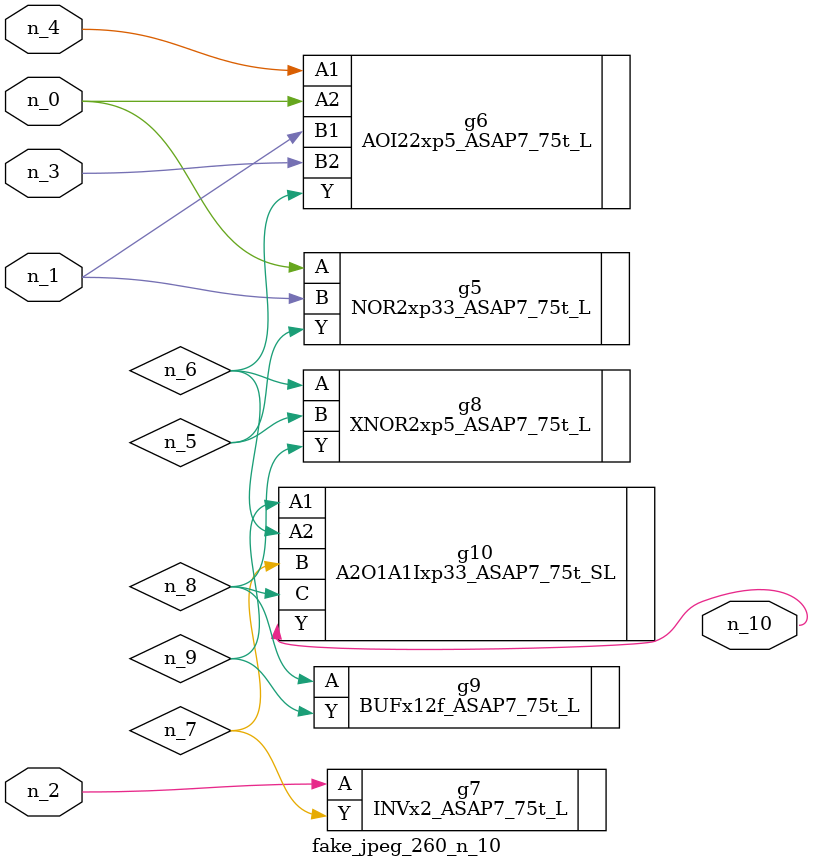
<source format=v>
module fake_jpeg_260_n_10 (n_3, n_2, n_1, n_0, n_4, n_10);

input n_3;
input n_2;
input n_1;
input n_0;
input n_4;

output n_10;

wire n_8;
wire n_9;
wire n_6;
wire n_5;
wire n_7;

NOR2xp33_ASAP7_75t_L g5 ( 
.A(n_0),
.B(n_1),
.Y(n_5)
);

AOI22xp5_ASAP7_75t_L g6 ( 
.A1(n_4),
.A2(n_0),
.B1(n_1),
.B2(n_3),
.Y(n_6)
);

INVx2_ASAP7_75t_L g7 ( 
.A(n_2),
.Y(n_7)
);

XNOR2xp5_ASAP7_75t_L g8 ( 
.A(n_6),
.B(n_5),
.Y(n_8)
);

BUFx12f_ASAP7_75t_L g9 ( 
.A(n_8),
.Y(n_9)
);

A2O1A1Ixp33_ASAP7_75t_SL g10 ( 
.A1(n_9),
.A2(n_6),
.B(n_7),
.C(n_8),
.Y(n_10)
);


endmodule
</source>
